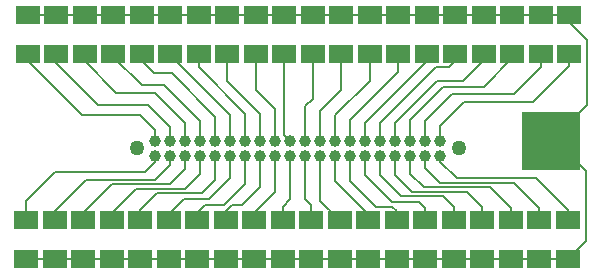
<source format=gtl>
G04 (created by PCBNEW (2013-07-07 BZR 4022)-stable) date 04/02/2014 9:51:19 AM*
%MOIN*%
G04 Gerber Fmt 3.4, Leading zero omitted, Abs format*
%FSLAX34Y34*%
G01*
G70*
G90*
G04 APERTURE LIST*
%ADD10C,0.00590551*%
%ADD11C,0.05*%
%ADD12C,0.0394*%
%ADD13R,0.1929X0.1929*%
%ADD14R,0.08X0.06*%
%ADD15C,0.007*%
G04 APERTURE END LIST*
G54D10*
G54D11*
X17575Y-47300D03*
X28325Y-47300D03*
G54D12*
X18700Y-47550D03*
X18200Y-47550D03*
X18200Y-47050D03*
X18700Y-47050D03*
X20200Y-47050D03*
X20700Y-47050D03*
X19700Y-47050D03*
X19200Y-47050D03*
X19200Y-47550D03*
X19700Y-47550D03*
X20700Y-47550D03*
X20200Y-47550D03*
X25700Y-47050D03*
X26200Y-47050D03*
X27200Y-47050D03*
X26700Y-47050D03*
X26700Y-47550D03*
X27200Y-47550D03*
X26200Y-47550D03*
X25700Y-47550D03*
X27700Y-47550D03*
X27700Y-47050D03*
X25200Y-47050D03*
X25200Y-47550D03*
X22200Y-47550D03*
X22700Y-47550D03*
X21700Y-47550D03*
X21200Y-47550D03*
X23200Y-47550D03*
X23700Y-47550D03*
X24700Y-47550D03*
X24200Y-47550D03*
X24200Y-47050D03*
X24700Y-47050D03*
X23700Y-47050D03*
X23200Y-47050D03*
X21200Y-47050D03*
X21700Y-47050D03*
X22700Y-47050D03*
X22200Y-47050D03*
G54D13*
X31400Y-47050D03*
G54D14*
X20600Y-44150D03*
X20600Y-42850D03*
X27250Y-44150D03*
X27250Y-42850D03*
X27200Y-49700D03*
X27200Y-51000D03*
X26300Y-44150D03*
X26300Y-42850D03*
X26250Y-49700D03*
X26250Y-51000D03*
X25350Y-44150D03*
X25350Y-42850D03*
X25300Y-49700D03*
X25300Y-51000D03*
X24400Y-44150D03*
X24400Y-42850D03*
X24350Y-49700D03*
X24350Y-51000D03*
X23450Y-44150D03*
X23450Y-42850D03*
X23400Y-49700D03*
X23400Y-51000D03*
X22500Y-44150D03*
X22500Y-42850D03*
X22450Y-49700D03*
X22450Y-51000D03*
X21550Y-44150D03*
X21550Y-42850D03*
X21500Y-49700D03*
X21500Y-51000D03*
X28150Y-49700D03*
X28150Y-51000D03*
X20550Y-49700D03*
X20550Y-51000D03*
X19650Y-44150D03*
X19650Y-42850D03*
X19600Y-49700D03*
X19600Y-51000D03*
X18700Y-44150D03*
X18700Y-42850D03*
X18650Y-49700D03*
X18650Y-51000D03*
X17750Y-44150D03*
X17750Y-42850D03*
X17700Y-49700D03*
X17700Y-51000D03*
X16800Y-44150D03*
X16800Y-42850D03*
X16750Y-49700D03*
X16750Y-51000D03*
X15850Y-44150D03*
X15850Y-42850D03*
X15800Y-49700D03*
X15800Y-51000D03*
X14900Y-44150D03*
X14900Y-42850D03*
X14850Y-49700D03*
X14850Y-51000D03*
X13950Y-44150D03*
X13950Y-42850D03*
X13900Y-49700D03*
X13900Y-51000D03*
X32000Y-44150D03*
X32000Y-42850D03*
X31950Y-49700D03*
X31950Y-51000D03*
X31050Y-44150D03*
X31050Y-42850D03*
X31000Y-49700D03*
X31000Y-51000D03*
X30100Y-44150D03*
X30100Y-42850D03*
X30050Y-49700D03*
X30050Y-51000D03*
X29150Y-44150D03*
X29150Y-42850D03*
X29100Y-49700D03*
X29100Y-51000D03*
X28200Y-44150D03*
X28200Y-42850D03*
G54D15*
X18200Y-47550D02*
X18200Y-47750D01*
X13900Y-49050D02*
X13900Y-49700D01*
X14850Y-48100D02*
X13900Y-49050D01*
X17850Y-48100D02*
X14850Y-48100D01*
X18200Y-47750D02*
X17850Y-48100D01*
X20600Y-44150D02*
X20600Y-45050D01*
X21700Y-46150D02*
X21700Y-47050D01*
X20600Y-45050D02*
X21700Y-46150D01*
X25350Y-44150D02*
X25350Y-45050D01*
X24200Y-46200D02*
X24200Y-47050D01*
X25350Y-45050D02*
X24200Y-46200D01*
X23700Y-47550D02*
X23700Y-49050D01*
X23700Y-49050D02*
X24350Y-49700D01*
X22200Y-47550D02*
X22200Y-48750D01*
X21500Y-49450D02*
X21500Y-49700D01*
X22200Y-48750D02*
X21500Y-49450D01*
X26250Y-49700D02*
X26250Y-49400D01*
X24700Y-48400D02*
X24700Y-47550D01*
X25550Y-49250D02*
X24700Y-48400D01*
X26100Y-49250D02*
X25550Y-49250D01*
X26250Y-49400D02*
X26100Y-49250D01*
X27200Y-47550D02*
X27200Y-47950D01*
X31000Y-49300D02*
X31000Y-49700D01*
X30150Y-48450D02*
X31000Y-49300D01*
X27700Y-48450D02*
X30150Y-48450D01*
X27200Y-47950D02*
X27700Y-48450D01*
X21550Y-44150D02*
X21550Y-45350D01*
X22200Y-46000D02*
X22200Y-47050D01*
X21550Y-45350D02*
X22200Y-46000D01*
X26300Y-44150D02*
X26300Y-44750D01*
X24700Y-46350D02*
X24700Y-47050D01*
X26300Y-44750D02*
X24700Y-46350D01*
X31050Y-44150D02*
X31050Y-44600D01*
X27200Y-46400D02*
X27200Y-47050D01*
X28100Y-45500D02*
X27200Y-46400D01*
X30150Y-45500D02*
X28100Y-45500D01*
X31050Y-44600D02*
X30150Y-45500D01*
X22700Y-47550D02*
X22700Y-49000D01*
X22450Y-49250D02*
X22450Y-49700D01*
X22700Y-49000D02*
X22450Y-49250D01*
X30100Y-44150D02*
X30100Y-44300D01*
X26700Y-46350D02*
X26700Y-47050D01*
X27800Y-45250D02*
X26700Y-46350D01*
X29150Y-45250D02*
X27800Y-45250D01*
X30100Y-44300D02*
X29150Y-45250D01*
X25200Y-47550D02*
X25200Y-48200D01*
X27200Y-49300D02*
X27200Y-49700D01*
X27000Y-49100D02*
X27200Y-49300D01*
X26100Y-49100D02*
X27000Y-49100D01*
X25200Y-48200D02*
X26100Y-49100D01*
X27700Y-47550D02*
X27700Y-47750D01*
X31950Y-49350D02*
X31950Y-49700D01*
X30900Y-48300D02*
X31950Y-49350D01*
X28250Y-48300D02*
X30900Y-48300D01*
X27700Y-47750D02*
X28250Y-48300D01*
X22500Y-44150D02*
X22500Y-46850D01*
X22500Y-46850D02*
X22700Y-47050D01*
X13950Y-44150D02*
X13950Y-44400D01*
X18200Y-46700D02*
X18200Y-47050D01*
X17700Y-46200D02*
X18200Y-46700D01*
X15750Y-46200D02*
X17700Y-46200D01*
X13950Y-44400D02*
X15750Y-46200D01*
X18700Y-47550D02*
X18700Y-47850D01*
X14850Y-49400D02*
X14850Y-49700D01*
X15900Y-48350D02*
X14850Y-49400D01*
X18200Y-48350D02*
X15900Y-48350D01*
X18700Y-47850D02*
X18200Y-48350D01*
X14900Y-44150D02*
X14900Y-44450D01*
X18700Y-46600D02*
X18700Y-47050D01*
X17950Y-45850D02*
X18700Y-46600D01*
X16300Y-45850D02*
X17950Y-45850D01*
X14900Y-44450D02*
X16300Y-45850D01*
X19200Y-47550D02*
X19200Y-48000D01*
X15800Y-49450D02*
X15800Y-49700D01*
X16750Y-48500D02*
X15800Y-49450D01*
X18700Y-48500D02*
X16750Y-48500D01*
X19200Y-48000D02*
X18700Y-48500D01*
X15850Y-44150D02*
X15850Y-44400D01*
X19200Y-46450D02*
X19200Y-47050D01*
X18200Y-45450D02*
X19200Y-46450D01*
X16900Y-45450D02*
X18200Y-45450D01*
X15850Y-44400D02*
X16900Y-45450D01*
X19700Y-47550D02*
X19700Y-48150D01*
X16750Y-49450D02*
X16750Y-49700D01*
X17550Y-48650D02*
X16750Y-49450D01*
X19200Y-48650D02*
X17550Y-48650D01*
X19700Y-48150D02*
X19200Y-48650D01*
X16800Y-44150D02*
X16800Y-44250D01*
X19700Y-46400D02*
X19700Y-47050D01*
X18500Y-45200D02*
X19700Y-46400D01*
X17750Y-45200D02*
X18500Y-45200D01*
X16800Y-44250D02*
X17750Y-45200D01*
X26200Y-47550D02*
X26200Y-48200D01*
X29100Y-49250D02*
X29100Y-49700D01*
X28600Y-48750D02*
X29100Y-49250D01*
X26750Y-48750D02*
X28600Y-48750D01*
X26200Y-48200D02*
X26750Y-48750D01*
X20200Y-47550D02*
X20200Y-48350D01*
X17700Y-49350D02*
X17700Y-49700D01*
X18250Y-48800D02*
X17700Y-49350D01*
X19750Y-48800D02*
X18250Y-48800D01*
X20200Y-48350D02*
X19750Y-48800D01*
X17750Y-44150D02*
X17750Y-44400D01*
X20200Y-46250D02*
X20200Y-47050D01*
X18750Y-44800D02*
X20200Y-46250D01*
X18150Y-44800D02*
X18750Y-44800D01*
X17750Y-44400D02*
X18150Y-44800D01*
X27250Y-44150D02*
X27250Y-44400D01*
X25200Y-46450D02*
X25200Y-47050D01*
X27250Y-44400D02*
X25200Y-46450D01*
X32000Y-44150D02*
X32000Y-44550D01*
X27700Y-46550D02*
X27700Y-47050D01*
X28500Y-45750D02*
X27700Y-46550D01*
X30800Y-45750D02*
X28500Y-45750D01*
X32000Y-44550D02*
X30800Y-45750D01*
X20700Y-47550D02*
X20700Y-48300D01*
X18650Y-49500D02*
X18650Y-49700D01*
X19150Y-49000D02*
X18650Y-49500D01*
X20000Y-49000D02*
X19150Y-49000D01*
X20700Y-48300D02*
X20000Y-49000D01*
X23200Y-47550D02*
X23200Y-49000D01*
X23400Y-49200D02*
X23400Y-49700D01*
X23200Y-49000D02*
X23400Y-49200D01*
X25700Y-47550D02*
X25700Y-48200D01*
X28150Y-49250D02*
X28150Y-49700D01*
X27800Y-48900D02*
X28150Y-49250D01*
X26400Y-48900D02*
X27800Y-48900D01*
X25700Y-48200D02*
X26400Y-48900D01*
X18700Y-44150D02*
X18700Y-44200D01*
X20700Y-46200D02*
X20700Y-47050D01*
X18700Y-44200D02*
X20700Y-46200D01*
X23450Y-44150D02*
X23450Y-45650D01*
X23200Y-45900D02*
X23200Y-47050D01*
X23450Y-45650D02*
X23200Y-45900D01*
X28200Y-44150D02*
X28200Y-44400D01*
X25700Y-46450D02*
X25700Y-47050D01*
X27550Y-44600D02*
X25700Y-46450D01*
X28000Y-44600D02*
X27550Y-44600D01*
X28200Y-44400D02*
X28000Y-44600D01*
X19650Y-44150D02*
X19650Y-44600D01*
X21200Y-46150D02*
X21200Y-47050D01*
X19650Y-44600D02*
X21200Y-46150D01*
X19600Y-49700D02*
X19600Y-49450D01*
X21200Y-48500D02*
X20500Y-49200D01*
X20500Y-49200D02*
X19850Y-49200D01*
X21200Y-48500D02*
X21200Y-47550D01*
X19600Y-49450D02*
X19850Y-49200D01*
X31400Y-47050D02*
X31550Y-47050D01*
X32550Y-50400D02*
X31950Y-51000D01*
X32550Y-48050D02*
X32550Y-50400D01*
X31550Y-47050D02*
X32550Y-48050D01*
X32000Y-42850D02*
X32000Y-43100D01*
X32600Y-45850D02*
X31400Y-47050D01*
X32600Y-43700D02*
X32600Y-45850D01*
X32000Y-43100D02*
X32600Y-43700D01*
X31050Y-42850D02*
X32000Y-42850D01*
X30100Y-42850D02*
X31050Y-42850D01*
X29150Y-42850D02*
X30100Y-42850D01*
X28200Y-42850D02*
X29150Y-42850D01*
X27250Y-42850D02*
X28200Y-42850D01*
X26300Y-42850D02*
X27250Y-42850D01*
X25350Y-42850D02*
X26300Y-42850D01*
X24400Y-42850D02*
X25350Y-42850D01*
X23450Y-42850D02*
X24400Y-42850D01*
X22500Y-42850D02*
X23450Y-42850D01*
X21550Y-42850D02*
X22500Y-42850D01*
X20600Y-42850D02*
X21550Y-42850D01*
X19650Y-42850D02*
X20600Y-42850D01*
X18700Y-42850D02*
X19650Y-42850D01*
X17750Y-42850D02*
X18700Y-42850D01*
X16800Y-42850D02*
X17750Y-42850D01*
X15850Y-42850D02*
X16800Y-42850D01*
X14900Y-42850D02*
X15850Y-42850D01*
X13950Y-42850D02*
X14900Y-42850D01*
X31000Y-51000D02*
X31950Y-51000D01*
X30050Y-51000D02*
X31000Y-51000D01*
X29100Y-51000D02*
X30050Y-51000D01*
X28150Y-51000D02*
X29100Y-51000D01*
X27200Y-51000D02*
X28150Y-51000D01*
X26250Y-51000D02*
X27200Y-51000D01*
X25300Y-51000D02*
X26250Y-51000D01*
X24350Y-51000D02*
X25300Y-51000D01*
X23400Y-51000D02*
X24350Y-51000D01*
X22450Y-51000D02*
X23400Y-51000D01*
X21500Y-51000D02*
X22450Y-51000D01*
X20550Y-51000D02*
X21500Y-51000D01*
X18650Y-51000D02*
X19600Y-51000D01*
X19600Y-51000D02*
X20550Y-51000D01*
X17700Y-51000D02*
X18650Y-51000D01*
X16750Y-51000D02*
X17700Y-51000D01*
X15800Y-51000D02*
X16750Y-51000D01*
X14850Y-51000D02*
X15800Y-51000D01*
X13900Y-51000D02*
X14850Y-51000D01*
X24400Y-44150D02*
X24400Y-45350D01*
X23700Y-46050D02*
X23700Y-47050D01*
X24400Y-45350D02*
X23700Y-46050D01*
X29150Y-44150D02*
X29150Y-44350D01*
X26200Y-46450D02*
X26200Y-47050D01*
X27600Y-45050D02*
X26200Y-46450D01*
X28450Y-45050D02*
X27600Y-45050D01*
X29150Y-44350D02*
X28450Y-45050D01*
X20550Y-49700D02*
X20550Y-49400D01*
X21700Y-48600D02*
X21700Y-47550D01*
X21100Y-49200D02*
X21700Y-48600D01*
X20750Y-49200D02*
X21100Y-49200D01*
X20550Y-49400D02*
X20750Y-49200D01*
X24200Y-47550D02*
X24200Y-48400D01*
X25300Y-49500D02*
X25300Y-49700D01*
X24200Y-48400D02*
X25300Y-49500D01*
X26700Y-47550D02*
X26700Y-48150D01*
X30050Y-49300D02*
X30050Y-49700D01*
X29350Y-48600D02*
X30050Y-49300D01*
X27150Y-48600D02*
X29350Y-48600D01*
X26700Y-48150D02*
X27150Y-48600D01*
M02*

</source>
